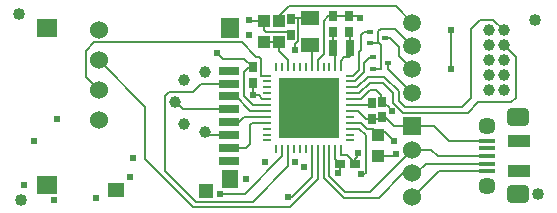
<source format=gtl>
%FSLAX25Y25*%
%MOIN*%
G70*
G01*
G75*
G04 Layer_Physical_Order=1*
G04 Layer_Color=255*
%ADD10R,0.02756X0.03543*%
%ADD11C,0.04000*%
%ADD12R,0.20276X0.20276*%
%ADD13O,0.02756X0.00787*%
%ADD14O,0.00787X0.02756*%
%ADD15R,0.02953X0.05512*%
%ADD16R,0.02008X0.01575*%
%ADD17R,0.05906X0.05118*%
%ADD18R,0.03543X0.02756*%
%ADD19R,0.03937X0.04331*%
%ADD20R,0.05118X0.05079*%
%ADD21R,0.05512X0.05079*%
%ADD22R,0.06614X0.03150*%
%ADD23R,0.05906X0.06693*%
%ADD24R,0.06693X0.05906*%
%ADD25R,0.05709X0.06299*%
%ADD26R,0.07480X0.03937*%
%ADD27R,0.05315X0.01575*%
%ADD28C,0.00800*%
%ADD29C,0.05906*%
%ADD30C,0.03937*%
%ADD31C,0.06000*%
%ADD32C,0.05709*%
G04:AMPARAMS|DCode=33|XSize=59.06mil|YSize=74.8mil|CornerRadius=14.76mil|HoleSize=0mil|Usage=FLASHONLY|Rotation=90.000|XOffset=0mil|YOffset=0mil|HoleType=Round|Shape=RoundedRectangle|*
%AMROUNDEDRECTD33*
21,1,0.05906,0.04528,0,0,90.0*
21,1,0.02953,0.07480,0,0,90.0*
1,1,0.02953,0.02264,0.01476*
1,1,0.02953,0.02264,-0.01476*
1,1,0.02953,-0.02264,-0.01476*
1,1,0.02953,-0.02264,0.01476*
%
%ADD33ROUNDEDRECTD33*%
%ADD34R,0.06000X0.06000*%
%ADD35C,0.02400*%
D10*
X107500Y66059D02*
D03*
Y60941D02*
D03*
X113000Y66059D02*
D03*
Y60941D02*
D03*
X93500Y65059D02*
D03*
Y59941D02*
D03*
X120500Y37059D02*
D03*
Y31941D02*
D03*
X124000Y37559D02*
D03*
Y32441D02*
D03*
X81000Y43941D02*
D03*
Y49059D02*
D03*
D11*
X176000Y7000D02*
D03*
X175000Y65000D02*
D03*
X3500Y5000D02*
D03*
X3000Y67000D02*
D03*
D12*
X99500Y35500D02*
D03*
D13*
X113279Y46327D02*
D03*
Y44358D02*
D03*
Y42390D02*
D03*
Y40421D02*
D03*
Y38453D02*
D03*
Y36484D02*
D03*
Y34516D02*
D03*
Y32547D02*
D03*
Y30579D02*
D03*
Y28610D02*
D03*
Y26642D02*
D03*
Y24673D02*
D03*
X85720D02*
D03*
Y26642D02*
D03*
Y28610D02*
D03*
Y30579D02*
D03*
Y32547D02*
D03*
Y34516D02*
D03*
Y36484D02*
D03*
Y38453D02*
D03*
Y40421D02*
D03*
Y42390D02*
D03*
Y44358D02*
D03*
Y46327D02*
D03*
D14*
X110327Y21721D02*
D03*
X108358D02*
D03*
X106390D02*
D03*
X104421D02*
D03*
X102453D02*
D03*
X100484D02*
D03*
X98516D02*
D03*
X96547D02*
D03*
X94579D02*
D03*
X92610D02*
D03*
X90642D02*
D03*
X88673D02*
D03*
Y49280D02*
D03*
X90642D02*
D03*
X92610D02*
D03*
X94579D02*
D03*
X96547D02*
D03*
X98516D02*
D03*
X100484D02*
D03*
X102453D02*
D03*
X104421D02*
D03*
X106390D02*
D03*
X108358D02*
D03*
X110327D02*
D03*
D15*
X113354Y55500D02*
D03*
X107646D02*
D03*
D16*
X126059Y50500D02*
D03*
X120941Y48531D02*
D03*
Y52469D02*
D03*
X119941Y60969D02*
D03*
Y57032D02*
D03*
X125059Y59000D02*
D03*
D17*
X100000Y56472D02*
D03*
Y65528D02*
D03*
D18*
X115059Y17000D02*
D03*
X109941D02*
D03*
D19*
X122500Y19654D02*
D03*
Y26346D02*
D03*
X84500Y64346D02*
D03*
Y57654D02*
D03*
X89500Y57654D02*
D03*
Y64346D02*
D03*
D20*
X65126Y7843D02*
D03*
D21*
X35205Y8236D02*
D03*
D22*
X73000Y22016D02*
D03*
Y17685D02*
D03*
Y30677D02*
D03*
Y26346D02*
D03*
Y39339D02*
D03*
Y35008D02*
D03*
Y43669D02*
D03*
Y48000D02*
D03*
D23*
X73394Y62173D02*
D03*
D24*
X12370D02*
D03*
Y9811D02*
D03*
D25*
X73394Y11780D02*
D03*
D26*
X169512Y24421D02*
D03*
Y14579D02*
D03*
D27*
X158882Y24618D02*
D03*
Y22059D02*
D03*
Y19500D02*
D03*
Y16941D02*
D03*
Y14382D02*
D03*
D28*
X27927Y57427D02*
X77119D01*
X25100Y54600D02*
X27927Y57427D01*
X70000Y7000D02*
X78238D01*
X128000Y19700D02*
Y20500D01*
X127954Y19654D02*
X128000Y19700D01*
X122500Y19654D02*
X127954D01*
X92610Y49280D02*
Y51490D01*
X89500Y54600D02*
X92610Y51490D01*
X89500Y54600D02*
Y57654D01*
X80803Y4303D02*
X92610Y16110D01*
X61794Y4200D02*
X80800D01*
X51631Y14469D02*
X61797Y4303D01*
X51631Y14469D02*
Y39632D01*
X93146Y2600D02*
X102453Y11907D01*
X60854Y2600D02*
X93146D01*
X45000Y18454D02*
X60854Y2600D01*
X94032Y65528D02*
X100000D01*
X95878Y57755D02*
Y65405D01*
X95000Y56877D02*
X95878Y57755D01*
X95000Y55000D02*
Y56877D01*
X84500Y61500D02*
Y64346D01*
Y61500D02*
X85181Y60819D01*
X93622D01*
X94000Y60441D01*
X129647Y41079D02*
Y41087D01*
X124734Y46000D02*
X129647Y41087D01*
X127731Y37269D02*
Y40458D01*
X124188Y44000D02*
X127731Y40458D01*
Y37269D02*
X131000Y34000D01*
X129568Y37932D02*
Y41000D01*
Y37932D02*
X131500Y36000D01*
X79984Y34516D02*
X85720D01*
X75161Y39339D02*
X79984Y34516D01*
X73000Y39339D02*
X75161D01*
X89500Y64346D02*
Y66189D01*
X92798Y69487D01*
X128450D01*
X134000Y63937D01*
X113354Y52854D02*
Y55500D01*
Y60587D01*
X147000Y48500D02*
Y61500D01*
X131000Y34000D02*
X152500D01*
X128000Y29500D02*
X134000D01*
X126600Y30900D02*
X128000Y29500D01*
X126423Y30900D02*
X126600D01*
X124882Y32441D02*
X126423Y30900D01*
X124000Y32441D02*
X124882D01*
X125000Y27500D02*
X128000Y24500D01*
X124395Y37559D02*
X126477Y35477D01*
X124500Y27500D02*
X125000D01*
X123346Y26346D02*
X124500Y27500D01*
X131500Y36000D02*
X150500D01*
X123500Y38059D02*
Y40000D01*
X122000Y41500D02*
X123500Y40000D01*
X120000Y41500D02*
X122000D01*
X123500Y31941D02*
X124000Y32441D01*
X120500Y31941D02*
X123500D01*
X118559D02*
X120500D01*
X115984Y34516D02*
X118559Y31941D01*
X113279Y34516D02*
X115984D01*
X113279Y36484D02*
X119925D01*
X116953Y38453D02*
X120000Y41500D01*
X113279Y30579D02*
X116921D01*
X119000Y28500D01*
X120846D01*
X121846Y27500D01*
X119874Y7500D02*
X134000Y21626D01*
X111736Y7500D02*
X119874D01*
X106390Y12846D02*
X111736Y7500D01*
X122748Y5500D02*
X131000Y13752D01*
X111190Y5500D02*
X122748D01*
X104421Y12269D02*
X111190Y5500D01*
X119811Y44000D02*
X124188D01*
X116269Y40458D02*
X119811Y44000D01*
X119266Y46000D02*
X124734D01*
X115656Y42390D02*
X119266Y46000D01*
X78238Y7000D02*
X90642Y19404D01*
X115059Y17011D02*
Y18559D01*
Y17000D02*
Y17011D01*
Y18559D02*
X116000Y19500D01*
X119941Y57032D02*
X122968D01*
X122655Y57345D02*
Y61155D01*
X123500Y62000D01*
X128126D01*
X134000Y56126D01*
X120941Y48531D02*
X120972Y48500D01*
X123500D01*
Y56500D01*
X122968Y57032D02*
X123500Y56500D01*
X80153Y64346D02*
X84500D01*
X104500Y53500D02*
Y64500D01*
X106059Y66059D02*
X107500D01*
X104500Y64500D02*
X106059Y66059D01*
X113000D02*
X115941D01*
X107500D02*
X113000D01*
X102453Y51453D02*
X104500Y53500D01*
X107646Y56000D02*
Y59295D01*
X121846Y27500D02*
X123346D01*
X122500Y26346D02*
X123346D01*
X164500Y56500D02*
X168500Y52500D01*
Y39000D02*
Y52500D01*
X167000Y37500D02*
X168500Y39000D01*
X156000Y37500D02*
X167000D01*
X152500Y34000D02*
X156000Y37500D01*
X161000Y65000D02*
X164500Y61500D01*
X156500Y65000D02*
X161000D01*
X153500Y62000D02*
X156500Y65000D01*
X153500Y39000D02*
Y62000D01*
X150500Y36000D02*
X153500Y39000D01*
X126059Y48504D02*
X134000Y40563D01*
X126059Y48504D02*
Y50500D01*
X129647Y52727D02*
X134000Y48374D01*
X129647Y52727D02*
Y55853D01*
X126500Y59000D02*
X129647Y55853D01*
X125059Y59000D02*
X126500D01*
X113279Y42390D02*
X115656D01*
X118031Y47485D02*
Y50558D01*
X114904Y44358D02*
X118031Y47485D01*
X113279Y44358D02*
X114904D01*
X119941Y52469D02*
X120031D01*
X118031Y50558D02*
X119941Y52469D01*
X117968Y60969D02*
X119941D01*
X117000Y60000D02*
X117968Y60969D01*
X117000Y55000D02*
Y60000D01*
X116231Y54231D02*
X117000Y55000D01*
X116231Y48231D02*
Y54231D01*
X114333Y46333D02*
X116231Y48231D01*
X113286Y46333D02*
X114333D01*
X113279Y46327D02*
X113286Y46333D01*
X116269Y40421D02*
Y40458D01*
X113279Y40421D02*
X116269D01*
X113279Y38453D02*
X116953D01*
X134378Y5878D02*
X142882Y14382D01*
X158882D01*
X134000Y13752D02*
X135252D01*
X138441Y16941D01*
X158882D01*
X134000Y21626D02*
X140374D01*
X142500Y19500D01*
X158882D01*
X134000Y29500D02*
X141236D01*
X146118Y24618D01*
X158882D01*
X90642Y19404D02*
Y21721D01*
X102453Y11907D02*
Y21721D01*
X104421Y12269D02*
Y21721D01*
X106390Y12846D02*
Y21721D01*
X108358Y18583D02*
Y21721D01*
Y18583D02*
X109941Y17000D01*
X110327Y19951D02*
Y21721D01*
Y19951D02*
X110500Y19778D01*
X112292D01*
X115059Y17011D01*
X80579Y30579D02*
X85720D01*
X80000Y30000D02*
X80579Y30579D01*
X80000Y23500D02*
Y30000D01*
X78516Y22016D02*
X80000Y23500D01*
X73000Y22016D02*
X78516D01*
X80453Y32547D02*
X85720D01*
X80453D02*
X80500Y32500D01*
X84047Y38453D02*
X85720D01*
X84500Y57654D02*
X89500D01*
X100484Y49280D02*
Y55488D01*
X110327Y49280D02*
Y51327D01*
X111354Y52354D01*
X102453Y49280D02*
Y51453D01*
X108358Y49280D02*
Y55287D01*
X111354Y52354D02*
X112854D01*
X113354Y52854D01*
X100484Y12484D02*
Y21721D01*
X92500Y6000D02*
X94000D01*
X100484Y12484D01*
X83673Y46327D02*
X85720D01*
X63669Y43669D02*
X73000D01*
X61000Y41000D02*
X63669Y43669D01*
X53000Y41000D02*
X61000D01*
X92610Y16110D02*
Y21721D01*
X57492Y35008D02*
X73000D01*
X55000Y37500D02*
X57492Y35008D01*
X66154Y26346D02*
X73000D01*
X45000Y18454D02*
Y36000D01*
X29500Y51500D02*
X45000Y36000D01*
X109941Y14454D02*
Y17000D01*
X109200Y13713D02*
X109941Y14454D01*
X113279Y28610D02*
X116390D01*
X118500Y26500D01*
Y14000D02*
Y26500D01*
X118000Y13500D02*
X118500Y14000D01*
X78000Y32500D02*
X80500D01*
X73000Y30677D02*
X76177D01*
X78000Y32500D01*
X83673Y46327D02*
Y51827D01*
X83000Y52500D02*
X83673Y51827D01*
X82046Y52500D02*
X83000D01*
X25100Y45900D02*
X29500Y41500D01*
X25100Y45900D02*
Y54600D01*
X82942Y39678D02*
X84047Y38574D01*
X77119Y57427D02*
X82046Y52500D01*
X78000Y47500D02*
X79559Y49059D01*
X81000D01*
X78059Y52000D02*
X81000Y49059D01*
X71000Y52000D02*
X78059D01*
X69000Y54000D02*
X71000Y52000D01*
X78000Y39500D02*
Y47500D01*
Y39500D02*
X81016Y36484D01*
X85720D01*
X81322Y39678D02*
X82942D01*
X81000Y40000D02*
X81322Y39678D01*
X81000Y40000D02*
Y43941D01*
X84047Y38453D02*
Y38574D01*
X51631Y39632D02*
X53000Y41000D01*
D29*
X134000Y40563D02*
D03*
Y48374D02*
D03*
Y63937D02*
D03*
Y56126D02*
D03*
D30*
X65000Y27500D02*
D03*
X55000Y37500D02*
D03*
X65000Y47500D02*
D03*
X57913Y30256D02*
D03*
Y44823D02*
D03*
X164500Y41500D02*
D03*
Y46500D02*
D03*
Y51500D02*
D03*
Y56500D02*
D03*
Y61500D02*
D03*
X159500D02*
D03*
Y56500D02*
D03*
Y51500D02*
D03*
Y46500D02*
D03*
Y41500D02*
D03*
D31*
X29500Y31500D02*
D03*
Y41500D02*
D03*
Y51500D02*
D03*
Y61500D02*
D03*
X134000Y21626D02*
D03*
Y13752D02*
D03*
Y5878D02*
D03*
D32*
X158882Y9657D02*
D03*
X158882Y29343D02*
D03*
D33*
X169118Y32492D02*
D03*
Y6902D02*
D03*
D34*
X134000Y29500D02*
D03*
D35*
X70000Y6800D02*
D03*
X95000Y55000D02*
D03*
X85000Y17500D02*
D03*
X147000Y48500D02*
D03*
Y61500D02*
D03*
X128500Y20200D02*
D03*
X127300Y34500D02*
D03*
X128000Y24500D02*
D03*
X116000Y20500D02*
D03*
X78500Y12000D02*
D03*
X95000Y17500D02*
D03*
X98000Y16000D02*
D03*
X79500Y60000D02*
D03*
Y65000D02*
D03*
X109200Y13713D02*
D03*
X116500Y65500D02*
D03*
X15500Y32000D02*
D03*
X14500Y5000D02*
D03*
X28500Y5500D02*
D03*
X40000Y12500D02*
D03*
X4500Y10000D02*
D03*
X8000Y24500D02*
D03*
X41000Y19000D02*
D03*
X92500Y6000D02*
D03*
X117000Y13500D02*
D03*
X69000Y54000D02*
D03*
X81000Y40000D02*
D03*
M02*

</source>
